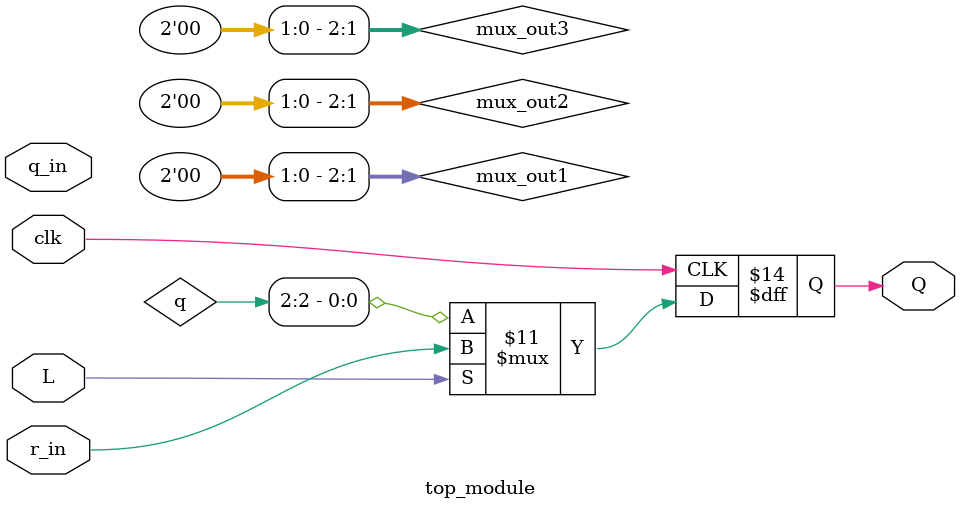
<source format=sv>
module flipflop(
    input clk,
    input D,
    output reg Q
);

always @(posedge clk)
    Q <= D;

endmodule
module mux_2_1(
    input sel,
    input D0,
    input D1,
    output reg Q
);

always @(*)
    case (sel)
        0: Q <= D0;
        1: Q <= D1;
    endcase

endmodule
module top_module(
    input clk,
    input L,
    input q_in,
    input r_in,
    output reg Q
);

    reg [2:0] q;

    wire [2:0] mux_out1;
    wire [2:0] mux_out2;
    wire [2:0] mux_out3;

    flipflop ff1 (
        .clk(clk),
        .D({q[1] ^ q[2], q[0], q[2]}),
        .Q(q_in)
    );

    mux_2_1 mux1 (
        .sel(L),
        .D0(r_in),
        .D1(q_in),
        .Q(mux_out1)
    );

    mux_2_1 mux2 (
        .sel({q[1], q[2]}),
        .D0(r_in),
        .D1(q_in),
        .Q(mux_out2)
    );

    mux_2_1 mux3 (
        .sel({q[1] ^ q[2], q[0], q[2]}),
        .D0(r_in),
        .D1(q_in),
        .Q(mux_out3)
    );

    always @(posedge clk)
        if (L)
            Q <= r_in;
        else
            Q <= {q[1] ^ q[2], q[0], q[2]};

endmodule

</source>
